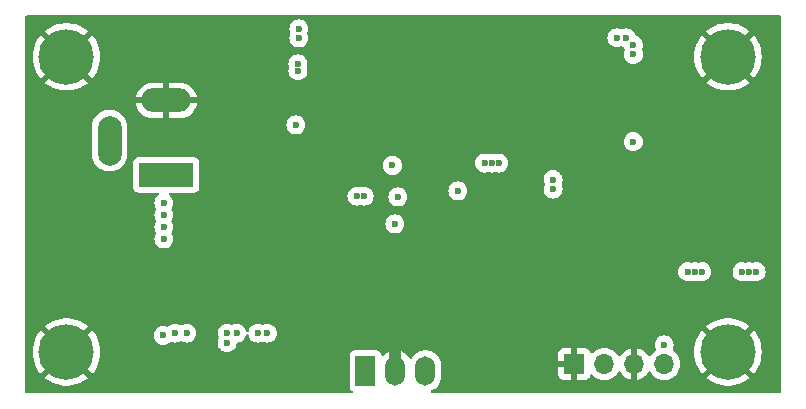
<source format=gbr>
%TF.GenerationSoftware,KiCad,Pcbnew,8.0.4+dfsg-1*%
%TF.CreationDate,2025-03-03T18:40:41+01:00*%
%TF.ProjectId,nixie-clock-psu,6e697869-652d-4636-9c6f-636b2d707375,rev?*%
%TF.SameCoordinates,Original*%
%TF.FileFunction,Copper,L4,Bot*%
%TF.FilePolarity,Positive*%
%FSLAX46Y46*%
G04 Gerber Fmt 4.6, Leading zero omitted, Abs format (unit mm)*
G04 Created by KiCad (PCBNEW 8.0.4+dfsg-1) date 2025-03-03 18:40:41*
%MOMM*%
%LPD*%
G01*
G04 APERTURE LIST*
%TA.AperFunction,ComponentPad*%
%ADD10R,1.700000X2.500000*%
%TD*%
%TA.AperFunction,ComponentPad*%
%ADD11O,1.700000X2.500000*%
%TD*%
%TA.AperFunction,ComponentPad*%
%ADD12C,4.700000*%
%TD*%
%TA.AperFunction,ComponentPad*%
%ADD13R,4.600000X2.000000*%
%TD*%
%TA.AperFunction,ComponentPad*%
%ADD14O,4.200000X2.000000*%
%TD*%
%TA.AperFunction,ComponentPad*%
%ADD15O,2.000000X4.200000*%
%TD*%
%TA.AperFunction,ComponentPad*%
%ADD16R,1.700000X1.700000*%
%TD*%
%TA.AperFunction,ComponentPad*%
%ADD17O,1.700000X1.700000*%
%TD*%
%TA.AperFunction,ViaPad*%
%ADD18C,0.600000*%
%TD*%
%TA.AperFunction,Conductor*%
%ADD19C,1.000000*%
%TD*%
G04 APERTURE END LIST*
D10*
%TO.P,U2,1,IN*%
%TO.N,Net-(U2-IN)*%
X175320000Y-117600000D03*
D11*
%TO.P,U2,2,GND*%
%TO.N,GND*%
X177860000Y-117600000D03*
%TO.P,U2,3,OUT*%
%TO.N,+5V*%
X180400000Y-117600000D03*
%TD*%
D12*
%TO.P,H4,1,1*%
%TO.N,GND*%
X206000000Y-91000000D03*
%TD*%
%TO.P,H2,1,1*%
%TO.N,GND*%
X150000000Y-116000000D03*
%TD*%
%TO.P,H3,1,1*%
%TO.N,GND*%
X150000000Y-91000000D03*
%TD*%
D13*
%TO.P,J2,1*%
%TO.N,VCC*%
X158455000Y-101000000D03*
D14*
%TO.P,J2,2*%
%TO.N,GND*%
X158455000Y-94700000D03*
D15*
%TO.P,J2,3*%
%TO.N,unconnected-(J2-Pad3)*%
X153655000Y-98100000D03*
%TD*%
D12*
%TO.P,H1,1,1*%
%TO.N,GND*%
X206000000Y-116000000D03*
%TD*%
D16*
%TO.P,J1,1,Pin_1*%
%TO.N,GND*%
X193000000Y-117000000D03*
D17*
%TO.P,J1,2,Pin_2*%
%TO.N,+5V*%
X195540000Y-117000000D03*
%TO.P,J1,3,Pin_3*%
%TO.N,GND*%
X198080000Y-117000000D03*
%TO.P,J1,4,Pin_4*%
%TO.N,+170*%
X200620000Y-117000000D03*
%TD*%
D18*
%TO.N,VCC*%
X158242000Y-106426000D03*
X158242000Y-105410000D03*
X158242000Y-104394000D03*
X158242000Y-103378000D03*
%TO.N,GND*%
X209804000Y-88392000D03*
X209804000Y-93472000D03*
X185420000Y-95504000D03*
X155702000Y-88392000D03*
X185420000Y-92710000D03*
X203800000Y-100800000D03*
X178200000Y-109200000D03*
X164846000Y-96012000D03*
X147828000Y-94996000D03*
X202600000Y-100800000D03*
X191200000Y-112400000D03*
X166116000Y-88392000D03*
X162200000Y-118200000D03*
X187200000Y-111000000D03*
X200914000Y-88138000D03*
X178816000Y-110998000D03*
X152654000Y-102870000D03*
X171800000Y-115800000D03*
X160782000Y-88392000D03*
X209550000Y-119126000D03*
X195580000Y-110744000D03*
X195580000Y-103124000D03*
X192800000Y-110000000D03*
X171400000Y-111000000D03*
X177800000Y-115200000D03*
X207800000Y-100800000D03*
X182000000Y-115600000D03*
X169400000Y-103342000D03*
X174800000Y-106600000D03*
X152654000Y-106680000D03*
X161400000Y-94600000D03*
X189600000Y-110000000D03*
X158400000Y-96600000D03*
X183200000Y-104000000D03*
X155600000Y-94600000D03*
X188800000Y-113400000D03*
X183200000Y-105200000D03*
X158400000Y-92800000D03*
X156464000Y-119126000D03*
X169400000Y-103942000D03*
X203454000Y-119126000D03*
X185600000Y-113400000D03*
X169400000Y-102742000D03*
X161036000Y-119126000D03*
X207200000Y-100800000D03*
X152654000Y-110236000D03*
X165000000Y-118200000D03*
X198000000Y-103800000D03*
X203200000Y-100800000D03*
X194056000Y-97028000D03*
X208400000Y-100800000D03*
%TO.N,+170*%
X198000000Y-90800000D03*
X207200000Y-109200000D03*
X203800000Y-109200000D03*
X200600000Y-115400000D03*
X196600000Y-89400000D03*
X207800000Y-109200000D03*
X202600000Y-109200000D03*
X208400000Y-109200000D03*
X203200000Y-109200000D03*
X197400000Y-89400000D03*
X198000000Y-90000000D03*
%TO.N,VCC*%
X177600000Y-100200000D03*
X186000000Y-100000000D03*
X160200000Y-114400000D03*
X158200000Y-114600000D03*
X185400000Y-100000000D03*
X166200000Y-114400000D03*
X186600000Y-100000000D03*
X159200000Y-114400000D03*
X164400000Y-114400000D03*
X191200000Y-102200000D03*
X167000000Y-114400000D03*
X163600000Y-115200000D03*
X163600000Y-114400000D03*
X191200000Y-101400000D03*
%TO.N,Net-(U1-FB)*%
X198000000Y-98200000D03*
X177800000Y-105156000D03*
%TO.N,Net-(Q1-G)*%
X169672000Y-88646000D03*
X174600000Y-102800000D03*
X175200000Y-102800000D03*
X169600000Y-91600000D03*
X169672000Y-89408000D03*
X178054000Y-102870000D03*
X169600000Y-92200000D03*
%TO.N,Net-(Q1-S)*%
X169418000Y-96774000D03*
X183134000Y-102362000D03*
%TD*%
D19*
%TO.N,GND*%
X177860000Y-117600000D02*
X177860000Y-115260000D01*
X177860000Y-115260000D02*
X177800000Y-115200000D01*
%TD*%
%TA.AperFunction,Conductor*%
%TO.N,GND*%
G36*
X210442539Y-87520185D02*
G01*
X210488294Y-87572989D01*
X210499500Y-87624500D01*
X210499500Y-119375500D01*
X210479815Y-119442539D01*
X210427011Y-119488294D01*
X210375500Y-119499500D01*
X180938226Y-119499500D01*
X180871187Y-119479815D01*
X180825432Y-119427011D01*
X180815488Y-119357853D01*
X180844513Y-119294297D01*
X180899906Y-119257569D01*
X180918412Y-119251557D01*
X181107816Y-119155051D01*
X181194138Y-119092335D01*
X181279786Y-119030109D01*
X181279788Y-119030106D01*
X181279792Y-119030104D01*
X181430104Y-118879792D01*
X181430106Y-118879788D01*
X181430109Y-118879786D01*
X181555048Y-118707820D01*
X181555050Y-118707817D01*
X181555051Y-118707816D01*
X181651557Y-118518412D01*
X181717246Y-118316243D01*
X181750500Y-118106287D01*
X181750500Y-117093713D01*
X181717246Y-116883757D01*
X181651557Y-116681588D01*
X181555051Y-116492184D01*
X181555049Y-116492181D01*
X181555048Y-116492179D01*
X181430109Y-116320213D01*
X181279786Y-116169890D01*
X181186556Y-116102155D01*
X191650000Y-116102155D01*
X191650000Y-116750000D01*
X192566988Y-116750000D01*
X192534075Y-116807007D01*
X192500000Y-116934174D01*
X192500000Y-117065826D01*
X192534075Y-117192993D01*
X192566988Y-117250000D01*
X191650000Y-117250000D01*
X191650000Y-117897844D01*
X191656401Y-117957372D01*
X191656403Y-117957379D01*
X191706645Y-118092086D01*
X191706649Y-118092093D01*
X191792809Y-118207187D01*
X191792812Y-118207190D01*
X191907906Y-118293350D01*
X191907913Y-118293354D01*
X192042620Y-118343596D01*
X192042627Y-118343598D01*
X192102155Y-118349999D01*
X192102172Y-118350000D01*
X192750000Y-118350000D01*
X192750000Y-117433012D01*
X192807007Y-117465925D01*
X192934174Y-117500000D01*
X193065826Y-117500000D01*
X193192993Y-117465925D01*
X193250000Y-117433012D01*
X193250000Y-118350000D01*
X193897828Y-118350000D01*
X193897844Y-118349999D01*
X193957372Y-118343598D01*
X193957379Y-118343596D01*
X194092086Y-118293354D01*
X194092093Y-118293350D01*
X194207187Y-118207190D01*
X194207190Y-118207187D01*
X194293350Y-118092093D01*
X194293354Y-118092086D01*
X194342422Y-117960529D01*
X194384293Y-117904595D01*
X194449757Y-117880178D01*
X194518030Y-117895030D01*
X194546285Y-117916181D01*
X194668599Y-118038495D01*
X194728044Y-118080119D01*
X194862165Y-118174032D01*
X194862167Y-118174033D01*
X194862170Y-118174035D01*
X195076337Y-118273903D01*
X195304592Y-118335063D01*
X195475319Y-118350000D01*
X195539999Y-118355659D01*
X195540000Y-118355659D01*
X195540001Y-118355659D01*
X195604681Y-118350000D01*
X195775408Y-118335063D01*
X196003663Y-118273903D01*
X196217830Y-118174035D01*
X196411401Y-118038495D01*
X196578495Y-117871401D01*
X196708730Y-117685405D01*
X196763307Y-117641781D01*
X196832805Y-117634587D01*
X196895160Y-117666110D01*
X196911879Y-117685405D01*
X197041890Y-117871078D01*
X197208917Y-118038105D01*
X197402421Y-118173600D01*
X197616507Y-118273429D01*
X197616516Y-118273433D01*
X197830000Y-118330634D01*
X197830000Y-117433012D01*
X197887007Y-117465925D01*
X198014174Y-117500000D01*
X198145826Y-117500000D01*
X198272993Y-117465925D01*
X198330000Y-117433012D01*
X198330000Y-118330633D01*
X198543483Y-118273433D01*
X198543492Y-118273429D01*
X198757578Y-118173600D01*
X198951082Y-118038105D01*
X199118105Y-117871082D01*
X199248119Y-117685405D01*
X199302696Y-117641781D01*
X199372195Y-117634588D01*
X199434549Y-117666110D01*
X199451269Y-117685405D01*
X199581505Y-117871401D01*
X199748599Y-118038495D01*
X199808044Y-118080119D01*
X199942165Y-118174032D01*
X199942167Y-118174033D01*
X199942170Y-118174035D01*
X200156337Y-118273903D01*
X200384592Y-118335063D01*
X200555319Y-118350000D01*
X200619999Y-118355659D01*
X200620000Y-118355659D01*
X200620001Y-118355659D01*
X200684681Y-118350000D01*
X200855408Y-118335063D01*
X201083663Y-118273903D01*
X201297830Y-118174035D01*
X201491401Y-118038495D01*
X201658495Y-117871401D01*
X201794035Y-117677830D01*
X201893903Y-117463663D01*
X201955063Y-117235408D01*
X201975659Y-117000000D01*
X201955063Y-116764592D01*
X201893903Y-116536337D01*
X201794035Y-116322171D01*
X201792890Y-116320535D01*
X201658494Y-116128597D01*
X201529892Y-115999996D01*
X203145170Y-115999996D01*
X203145170Y-116000003D01*
X203164473Y-116331426D01*
X203164474Y-116331437D01*
X203222118Y-116658351D01*
X203222121Y-116658365D01*
X203317336Y-116976408D01*
X203448827Y-117281236D01*
X203448833Y-117281249D01*
X203614824Y-117568755D01*
X203812357Y-117834087D01*
X204884728Y-116761716D01*
X204970278Y-116879466D01*
X205120534Y-117029722D01*
X205238281Y-117115270D01*
X204169289Y-118184263D01*
X204295215Y-118289925D01*
X204572588Y-118472356D01*
X204869252Y-118621347D01*
X204869258Y-118621350D01*
X205181213Y-118734892D01*
X205181234Y-118734899D01*
X205504248Y-118811456D01*
X205504263Y-118811458D01*
X205834012Y-118849999D01*
X205834013Y-118850000D01*
X206165987Y-118850000D01*
X206165987Y-118849999D01*
X206495736Y-118811458D01*
X206495751Y-118811456D01*
X206818765Y-118734899D01*
X206818786Y-118734892D01*
X207130741Y-118621350D01*
X207130747Y-118621347D01*
X207427411Y-118472356D01*
X207704789Y-118289922D01*
X207830708Y-118184263D01*
X207830709Y-118184262D01*
X206761718Y-117115270D01*
X206879466Y-117029722D01*
X207029722Y-116879466D01*
X207115270Y-116761717D01*
X208187641Y-117834088D01*
X208385175Y-117568756D01*
X208551166Y-117281249D01*
X208551172Y-117281236D01*
X208682663Y-116976408D01*
X208777878Y-116658365D01*
X208777881Y-116658351D01*
X208835525Y-116331437D01*
X208835526Y-116331426D01*
X208854830Y-116000003D01*
X208854830Y-115999996D01*
X208835526Y-115668573D01*
X208835525Y-115668562D01*
X208777881Y-115341648D01*
X208777878Y-115341634D01*
X208682663Y-115023591D01*
X208551172Y-114718763D01*
X208551166Y-114718750D01*
X208385172Y-114431239D01*
X208187642Y-114165910D01*
X207115270Y-115238281D01*
X207029722Y-115120534D01*
X206879466Y-114970278D01*
X206761717Y-114884728D01*
X207830709Y-113815736D01*
X207830709Y-113815735D01*
X207704784Y-113710074D01*
X207427411Y-113527643D01*
X207130747Y-113378652D01*
X207130741Y-113378649D01*
X206818786Y-113265107D01*
X206818765Y-113265100D01*
X206495751Y-113188543D01*
X206495736Y-113188541D01*
X206165987Y-113150000D01*
X205834013Y-113150000D01*
X205504263Y-113188541D01*
X205504248Y-113188543D01*
X205181234Y-113265100D01*
X205181213Y-113265107D01*
X204869258Y-113378649D01*
X204869252Y-113378652D01*
X204572581Y-113527646D01*
X204295220Y-113710070D01*
X204295213Y-113710075D01*
X204169289Y-113815735D01*
X205238282Y-114884728D01*
X205120534Y-114970278D01*
X204970278Y-115120534D01*
X204884728Y-115238282D01*
X203812357Y-114165911D01*
X203812356Y-114165911D01*
X203614829Y-114431236D01*
X203614825Y-114431242D01*
X203448833Y-114718750D01*
X203448827Y-114718763D01*
X203317336Y-115023591D01*
X203222121Y-115341634D01*
X203222118Y-115341648D01*
X203164474Y-115668562D01*
X203164473Y-115668573D01*
X203145170Y-115999996D01*
X201529892Y-115999996D01*
X201491402Y-115961506D01*
X201491401Y-115961505D01*
X201375740Y-115880518D01*
X201332117Y-115825942D01*
X201324924Y-115756443D01*
X201329821Y-115737998D01*
X201385368Y-115579255D01*
X201405565Y-115400000D01*
X201403916Y-115385369D01*
X201385369Y-115220750D01*
X201385368Y-115220745D01*
X201352088Y-115125637D01*
X201325789Y-115050478D01*
X201307106Y-115020745D01*
X201262354Y-114949522D01*
X201229816Y-114897738D01*
X201102262Y-114770184D01*
X201069379Y-114749522D01*
X200949523Y-114674211D01*
X200779254Y-114614631D01*
X200779249Y-114614630D01*
X200600004Y-114594435D01*
X200599996Y-114594435D01*
X200420750Y-114614630D01*
X200420745Y-114614631D01*
X200250476Y-114674211D01*
X200097737Y-114770184D01*
X199970184Y-114897737D01*
X199874211Y-115050476D01*
X199814631Y-115220745D01*
X199814630Y-115220750D01*
X199794435Y-115399996D01*
X199794435Y-115400003D01*
X199814630Y-115579249D01*
X199814631Y-115579254D01*
X199876511Y-115756095D01*
X199874703Y-115756727D01*
X199884511Y-115816270D01*
X199856793Y-115880406D01*
X199832562Y-115902712D01*
X199748598Y-115961504D01*
X199581508Y-116128594D01*
X199451269Y-116314595D01*
X199396692Y-116358219D01*
X199327193Y-116365412D01*
X199264839Y-116333890D01*
X199248119Y-116314594D01*
X199118113Y-116128926D01*
X199118108Y-116128920D01*
X198951082Y-115961894D01*
X198757578Y-115826399D01*
X198543492Y-115726570D01*
X198543486Y-115726567D01*
X198330000Y-115669364D01*
X198330000Y-116566988D01*
X198272993Y-116534075D01*
X198145826Y-116500000D01*
X198014174Y-116500000D01*
X197887007Y-116534075D01*
X197830000Y-116566988D01*
X197830000Y-115669364D01*
X197829999Y-115669364D01*
X197616513Y-115726567D01*
X197616507Y-115726570D01*
X197402422Y-115826399D01*
X197402420Y-115826400D01*
X197208926Y-115961886D01*
X197208920Y-115961891D01*
X197041891Y-116128920D01*
X197041890Y-116128922D01*
X196911880Y-116314595D01*
X196857303Y-116358219D01*
X196787804Y-116365412D01*
X196725450Y-116333890D01*
X196708730Y-116314594D01*
X196578494Y-116128597D01*
X196411402Y-115961506D01*
X196411399Y-115961504D01*
X196332423Y-115906204D01*
X196217834Y-115825967D01*
X196217830Y-115825965D01*
X196146727Y-115792809D01*
X196003663Y-115726097D01*
X196003659Y-115726096D01*
X196003655Y-115726094D01*
X195775413Y-115664938D01*
X195775403Y-115664936D01*
X195540001Y-115644341D01*
X195539999Y-115644341D01*
X195304596Y-115664936D01*
X195304586Y-115664938D01*
X195076344Y-115726094D01*
X195076335Y-115726098D01*
X194862171Y-115825964D01*
X194862169Y-115825965D01*
X194668600Y-115961503D01*
X194546284Y-116083819D01*
X194484961Y-116117303D01*
X194415269Y-116112319D01*
X194359336Y-116070447D01*
X194342421Y-116039470D01*
X194293354Y-115907913D01*
X194293350Y-115907906D01*
X194207190Y-115792812D01*
X194207187Y-115792809D01*
X194092093Y-115706649D01*
X194092086Y-115706645D01*
X193957379Y-115656403D01*
X193957372Y-115656401D01*
X193897844Y-115650000D01*
X193250000Y-115650000D01*
X193250000Y-116566988D01*
X193192993Y-116534075D01*
X193065826Y-116500000D01*
X192934174Y-116500000D01*
X192807007Y-116534075D01*
X192750000Y-116566988D01*
X192750000Y-115650000D01*
X192102155Y-115650000D01*
X192042627Y-115656401D01*
X192042620Y-115656403D01*
X191907913Y-115706645D01*
X191907906Y-115706649D01*
X191792812Y-115792809D01*
X191792809Y-115792812D01*
X191706649Y-115907906D01*
X191706645Y-115907913D01*
X191656403Y-116042620D01*
X191656401Y-116042627D01*
X191650000Y-116102155D01*
X181186556Y-116102155D01*
X181107820Y-116044951D01*
X180918414Y-115948444D01*
X180918413Y-115948443D01*
X180918412Y-115948443D01*
X180716243Y-115882754D01*
X180716241Y-115882753D01*
X180716240Y-115882753D01*
X180554957Y-115857208D01*
X180506287Y-115849500D01*
X180293713Y-115849500D01*
X180245042Y-115857208D01*
X180083760Y-115882753D01*
X179881585Y-115948444D01*
X179692179Y-116044951D01*
X179520213Y-116169890D01*
X179369890Y-116320213D01*
X179244949Y-116492182D01*
X179240202Y-116501499D01*
X179192227Y-116552293D01*
X179124405Y-116569087D01*
X179058271Y-116546548D01*
X179019234Y-116501495D01*
X179014622Y-116492444D01*
X178889727Y-116320540D01*
X178889723Y-116320535D01*
X178739464Y-116170276D01*
X178739459Y-116170272D01*
X178567557Y-116045379D01*
X178378215Y-115948903D01*
X178176124Y-115883241D01*
X178110000Y-115872768D01*
X178110000Y-117051517D01*
X178091591Y-117040889D01*
X177938991Y-117000000D01*
X177781009Y-117000000D01*
X177628409Y-117040889D01*
X177610000Y-117051517D01*
X177610000Y-115872768D01*
X177609999Y-115872768D01*
X177543875Y-115883241D01*
X177341784Y-115948903D01*
X177152442Y-116045379D01*
X176980541Y-116170271D01*
X176866865Y-116283947D01*
X176805542Y-116317431D01*
X176735850Y-116312447D01*
X176679917Y-116270575D01*
X176663002Y-116239598D01*
X176613797Y-116107671D01*
X176613793Y-116107664D01*
X176527547Y-115992455D01*
X176527544Y-115992452D01*
X176412335Y-115906206D01*
X176412328Y-115906202D01*
X176277482Y-115855908D01*
X176277483Y-115855908D01*
X176217883Y-115849501D01*
X176217881Y-115849500D01*
X176217873Y-115849500D01*
X176217864Y-115849500D01*
X174422129Y-115849500D01*
X174422123Y-115849501D01*
X174362516Y-115855908D01*
X174227671Y-115906202D01*
X174227664Y-115906206D01*
X174112455Y-115992452D01*
X174112452Y-115992455D01*
X174026206Y-116107664D01*
X174026202Y-116107671D01*
X173975908Y-116242517D01*
X173969501Y-116302116D01*
X173969500Y-116302135D01*
X173969500Y-118897870D01*
X173969501Y-118897876D01*
X173975908Y-118957483D01*
X174026202Y-119092328D01*
X174026206Y-119092335D01*
X174112452Y-119207544D01*
X174112455Y-119207547D01*
X174204208Y-119276234D01*
X174246079Y-119332168D01*
X174251063Y-119401859D01*
X174217577Y-119463182D01*
X174156254Y-119496666D01*
X174129897Y-119499500D01*
X146624500Y-119499500D01*
X146557461Y-119479815D01*
X146511706Y-119427011D01*
X146500500Y-119375500D01*
X146500500Y-115999996D01*
X147145170Y-115999996D01*
X147145170Y-116000003D01*
X147164473Y-116331426D01*
X147164474Y-116331437D01*
X147222118Y-116658351D01*
X147222121Y-116658365D01*
X147317336Y-116976408D01*
X147448827Y-117281236D01*
X147448833Y-117281249D01*
X147614824Y-117568755D01*
X147812357Y-117834087D01*
X148884728Y-116761716D01*
X148970278Y-116879466D01*
X149120534Y-117029722D01*
X149238281Y-117115270D01*
X148169289Y-118184263D01*
X148295215Y-118289925D01*
X148572588Y-118472356D01*
X148869252Y-118621347D01*
X148869258Y-118621350D01*
X149181213Y-118734892D01*
X149181234Y-118734899D01*
X149504248Y-118811456D01*
X149504263Y-118811458D01*
X149834012Y-118849999D01*
X149834013Y-118850000D01*
X150165987Y-118850000D01*
X150165987Y-118849999D01*
X150495736Y-118811458D01*
X150495751Y-118811456D01*
X150818765Y-118734899D01*
X150818786Y-118734892D01*
X151130741Y-118621350D01*
X151130747Y-118621347D01*
X151427411Y-118472356D01*
X151704789Y-118289922D01*
X151830708Y-118184263D01*
X151830709Y-118184262D01*
X150761718Y-117115270D01*
X150879466Y-117029722D01*
X151029722Y-116879466D01*
X151115270Y-116761717D01*
X152187641Y-117834088D01*
X152385175Y-117568756D01*
X152551166Y-117281249D01*
X152551172Y-117281236D01*
X152682663Y-116976408D01*
X152777878Y-116658365D01*
X152777881Y-116658351D01*
X152835525Y-116331437D01*
X152835526Y-116331426D01*
X152854830Y-116000003D01*
X152854830Y-115999996D01*
X152835526Y-115668573D01*
X152835525Y-115668562D01*
X152777881Y-115341648D01*
X152777878Y-115341634D01*
X152682663Y-115023591D01*
X152551172Y-114718763D01*
X152551166Y-114718750D01*
X152482604Y-114599996D01*
X157394435Y-114599996D01*
X157394435Y-114600003D01*
X157414630Y-114779249D01*
X157414631Y-114779254D01*
X157474211Y-114949523D01*
X157537646Y-115050478D01*
X157570184Y-115102262D01*
X157697738Y-115229816D01*
X157850478Y-115325789D01*
X158003258Y-115379249D01*
X158020745Y-115385368D01*
X158020750Y-115385369D01*
X158199996Y-115405565D01*
X158200000Y-115405565D01*
X158200004Y-115405565D01*
X158379249Y-115385369D01*
X158379252Y-115385368D01*
X158379255Y-115385368D01*
X158549522Y-115325789D01*
X158702262Y-115229816D01*
X158762651Y-115169426D01*
X158823971Y-115135943D01*
X158891285Y-115140068D01*
X159020737Y-115185366D01*
X159020743Y-115185367D01*
X159020745Y-115185368D01*
X159020746Y-115185368D01*
X159020750Y-115185369D01*
X159199996Y-115205565D01*
X159200000Y-115205565D01*
X159200004Y-115205565D01*
X159379249Y-115185369D01*
X159379252Y-115185368D01*
X159379255Y-115185368D01*
X159549522Y-115125789D01*
X159551746Y-115124392D01*
X159634027Y-115072691D01*
X159701264Y-115053690D01*
X159765973Y-115072691D01*
X159850475Y-115125788D01*
X160020745Y-115185368D01*
X160020750Y-115185369D01*
X160199996Y-115205565D01*
X160200000Y-115205565D01*
X160200004Y-115205565D01*
X160379249Y-115185369D01*
X160379252Y-115185368D01*
X160379255Y-115185368D01*
X160549522Y-115125789D01*
X160702262Y-115029816D01*
X160829816Y-114902262D01*
X160925789Y-114749522D01*
X160985368Y-114579255D01*
X161002045Y-114431242D01*
X161005565Y-114400003D01*
X161005565Y-114399996D01*
X162794435Y-114399996D01*
X162794435Y-114400003D01*
X162814630Y-114579249D01*
X162814633Y-114579262D01*
X162876510Y-114756094D01*
X162874364Y-114756844D01*
X162883962Y-114815144D01*
X162875609Y-114843590D01*
X162876510Y-114843906D01*
X162814633Y-115020737D01*
X162814630Y-115020750D01*
X162794435Y-115199996D01*
X162794435Y-115200003D01*
X162814630Y-115379249D01*
X162814631Y-115379254D01*
X162874211Y-115549523D01*
X162941369Y-115656403D01*
X162970184Y-115702262D01*
X163097738Y-115829816D01*
X163178431Y-115880519D01*
X163222028Y-115907913D01*
X163250478Y-115925789D01*
X163420745Y-115985368D01*
X163420750Y-115985369D01*
X163599996Y-116005565D01*
X163600000Y-116005565D01*
X163600004Y-116005565D01*
X163779249Y-115985369D01*
X163779252Y-115985368D01*
X163779255Y-115985368D01*
X163949522Y-115925789D01*
X164102262Y-115829816D01*
X164229816Y-115702262D01*
X164325789Y-115549522D01*
X164385368Y-115379255D01*
X164393929Y-115303263D01*
X164420994Y-115238853D01*
X164478588Y-115199297D01*
X164503254Y-115193930D01*
X164579255Y-115185368D01*
X164749522Y-115125789D01*
X164902262Y-115029816D01*
X165029816Y-114902262D01*
X165125789Y-114749522D01*
X165182958Y-114586141D01*
X165223680Y-114529366D01*
X165288633Y-114503619D01*
X165357194Y-114517075D01*
X165407597Y-114565462D01*
X165417042Y-114586142D01*
X165474211Y-114749523D01*
X165505928Y-114800000D01*
X165570184Y-114902262D01*
X165697738Y-115029816D01*
X165765973Y-115072691D01*
X165848254Y-115124392D01*
X165850478Y-115125789D01*
X165975191Y-115169428D01*
X166020745Y-115185368D01*
X166020750Y-115185369D01*
X166199996Y-115205565D01*
X166200000Y-115205565D01*
X166200004Y-115205565D01*
X166379249Y-115185369D01*
X166379251Y-115185368D01*
X166379255Y-115185368D01*
X166379258Y-115185366D01*
X166379262Y-115185366D01*
X166556095Y-115123489D01*
X166556846Y-115125637D01*
X166615128Y-115116035D01*
X166643588Y-115124392D01*
X166643905Y-115123489D01*
X166820737Y-115185366D01*
X166820743Y-115185367D01*
X166820745Y-115185368D01*
X166820746Y-115185368D01*
X166820750Y-115185369D01*
X166999996Y-115205565D01*
X167000000Y-115205565D01*
X167000004Y-115205565D01*
X167179249Y-115185369D01*
X167179252Y-115185368D01*
X167179255Y-115185368D01*
X167349522Y-115125789D01*
X167502262Y-115029816D01*
X167629816Y-114902262D01*
X167725789Y-114749522D01*
X167785368Y-114579255D01*
X167802045Y-114431242D01*
X167805565Y-114400003D01*
X167805565Y-114399996D01*
X167785369Y-114220750D01*
X167785368Y-114220745D01*
X167742326Y-114097738D01*
X167725789Y-114050478D01*
X167629816Y-113897738D01*
X167502262Y-113770184D01*
X167434027Y-113727309D01*
X167349523Y-113674211D01*
X167179254Y-113614631D01*
X167179249Y-113614630D01*
X167000004Y-113594435D01*
X166999996Y-113594435D01*
X166820750Y-113614630D01*
X166820737Y-113614633D01*
X166643906Y-113676510D01*
X166643155Y-113674364D01*
X166584856Y-113683962D01*
X166556409Y-113675609D01*
X166556094Y-113676510D01*
X166379262Y-113614633D01*
X166379249Y-113614630D01*
X166200004Y-113594435D01*
X166199996Y-113594435D01*
X166020750Y-113614630D01*
X166020745Y-113614631D01*
X165850476Y-113674211D01*
X165697737Y-113770184D01*
X165570184Y-113897737D01*
X165474209Y-114050480D01*
X165417041Y-114213857D01*
X165376320Y-114270633D01*
X165311367Y-114296380D01*
X165242805Y-114282924D01*
X165192403Y-114234536D01*
X165182959Y-114213857D01*
X165125790Y-114050480D01*
X165125789Y-114050478D01*
X165029816Y-113897738D01*
X164902262Y-113770184D01*
X164834027Y-113727309D01*
X164749523Y-113674211D01*
X164579254Y-113614631D01*
X164579249Y-113614630D01*
X164400004Y-113594435D01*
X164399996Y-113594435D01*
X164220750Y-113614630D01*
X164220737Y-113614633D01*
X164043906Y-113676510D01*
X164043155Y-113674364D01*
X163984856Y-113683962D01*
X163956409Y-113675609D01*
X163956094Y-113676510D01*
X163779262Y-113614633D01*
X163779249Y-113614630D01*
X163600004Y-113594435D01*
X163599996Y-113594435D01*
X163420750Y-113614630D01*
X163420745Y-113614631D01*
X163250476Y-113674211D01*
X163097737Y-113770184D01*
X162970184Y-113897737D01*
X162874211Y-114050476D01*
X162814631Y-114220745D01*
X162814630Y-114220750D01*
X162794435Y-114399996D01*
X161005565Y-114399996D01*
X160985369Y-114220750D01*
X160985368Y-114220745D01*
X160942326Y-114097738D01*
X160925789Y-114050478D01*
X160829816Y-113897738D01*
X160702262Y-113770184D01*
X160634027Y-113727309D01*
X160549523Y-113674211D01*
X160379254Y-113614631D01*
X160379249Y-113614630D01*
X160200004Y-113594435D01*
X160199996Y-113594435D01*
X160020750Y-113614630D01*
X160020737Y-113614633D01*
X159850479Y-113674209D01*
X159765971Y-113727309D01*
X159698734Y-113746309D01*
X159634029Y-113727309D01*
X159549520Y-113674209D01*
X159379262Y-113614633D01*
X159379249Y-113614630D01*
X159200004Y-113594435D01*
X159199996Y-113594435D01*
X159020750Y-113614630D01*
X159020745Y-113614631D01*
X158850476Y-113674211D01*
X158697736Y-113770184D01*
X158637348Y-113830572D01*
X158576024Y-113864056D01*
X158508714Y-113859931D01*
X158379257Y-113814632D01*
X158379249Y-113814630D01*
X158200004Y-113794435D01*
X158199996Y-113794435D01*
X158020750Y-113814630D01*
X158020745Y-113814631D01*
X157850476Y-113874211D01*
X157697737Y-113970184D01*
X157570184Y-114097737D01*
X157474211Y-114250476D01*
X157414631Y-114420745D01*
X157414630Y-114420750D01*
X157394435Y-114599996D01*
X152482604Y-114599996D01*
X152385172Y-114431239D01*
X152187642Y-114165910D01*
X151115270Y-115238281D01*
X151029722Y-115120534D01*
X150879466Y-114970278D01*
X150761717Y-114884728D01*
X151830709Y-113815736D01*
X151830709Y-113815735D01*
X151704784Y-113710074D01*
X151427411Y-113527643D01*
X151130747Y-113378652D01*
X151130741Y-113378649D01*
X150818786Y-113265107D01*
X150818765Y-113265100D01*
X150495751Y-113188543D01*
X150495736Y-113188541D01*
X150165987Y-113150000D01*
X149834013Y-113150000D01*
X149504263Y-113188541D01*
X149504248Y-113188543D01*
X149181234Y-113265100D01*
X149181213Y-113265107D01*
X148869258Y-113378649D01*
X148869252Y-113378652D01*
X148572581Y-113527646D01*
X148295220Y-113710070D01*
X148295213Y-113710075D01*
X148169289Y-113815735D01*
X149238282Y-114884728D01*
X149120534Y-114970278D01*
X148970278Y-115120534D01*
X148884729Y-115238282D01*
X147812357Y-114165910D01*
X147812356Y-114165911D01*
X147614829Y-114431236D01*
X147614825Y-114431242D01*
X147448833Y-114718750D01*
X147448827Y-114718763D01*
X147317336Y-115023591D01*
X147222121Y-115341634D01*
X147222118Y-115341648D01*
X147164474Y-115668562D01*
X147164473Y-115668573D01*
X147145170Y-115999996D01*
X146500500Y-115999996D01*
X146500500Y-109199996D01*
X201794435Y-109199996D01*
X201794435Y-109200003D01*
X201814630Y-109379249D01*
X201814631Y-109379254D01*
X201874211Y-109549523D01*
X201970184Y-109702262D01*
X202097738Y-109829816D01*
X202250478Y-109925789D01*
X202420745Y-109985368D01*
X202420750Y-109985369D01*
X202599996Y-110005565D01*
X202600000Y-110005565D01*
X202600004Y-110005565D01*
X202779249Y-109985369D01*
X202779250Y-109985368D01*
X202779255Y-109985368D01*
X202859048Y-109957446D01*
X202928823Y-109953884D01*
X202940933Y-109957440D01*
X203020745Y-109985368D01*
X203020749Y-109985368D01*
X203020751Y-109985369D01*
X203020748Y-109985369D01*
X203199996Y-110005565D01*
X203200000Y-110005565D01*
X203200004Y-110005565D01*
X203379249Y-109985369D01*
X203379250Y-109985368D01*
X203379255Y-109985368D01*
X203459048Y-109957446D01*
X203528823Y-109953884D01*
X203540933Y-109957440D01*
X203620745Y-109985368D01*
X203620749Y-109985368D01*
X203620751Y-109985369D01*
X203620748Y-109985369D01*
X203799996Y-110005565D01*
X203800000Y-110005565D01*
X203800004Y-110005565D01*
X203979249Y-109985369D01*
X203979252Y-109985368D01*
X203979255Y-109985368D01*
X204149522Y-109925789D01*
X204302262Y-109829816D01*
X204429816Y-109702262D01*
X204525789Y-109549522D01*
X204585368Y-109379255D01*
X204605565Y-109200000D01*
X204605565Y-109199996D01*
X206394435Y-109199996D01*
X206394435Y-109200003D01*
X206414630Y-109379249D01*
X206414631Y-109379254D01*
X206474211Y-109549523D01*
X206570184Y-109702262D01*
X206697738Y-109829816D01*
X206850478Y-109925789D01*
X207020745Y-109985368D01*
X207020750Y-109985369D01*
X207199996Y-110005565D01*
X207200000Y-110005565D01*
X207200004Y-110005565D01*
X207379249Y-109985369D01*
X207379250Y-109985368D01*
X207379255Y-109985368D01*
X207459048Y-109957446D01*
X207528823Y-109953884D01*
X207540933Y-109957440D01*
X207620745Y-109985368D01*
X207620749Y-109985368D01*
X207620751Y-109985369D01*
X207620748Y-109985369D01*
X207799996Y-110005565D01*
X207800000Y-110005565D01*
X207800004Y-110005565D01*
X207979249Y-109985369D01*
X207979250Y-109985368D01*
X207979255Y-109985368D01*
X208059048Y-109957446D01*
X208128823Y-109953884D01*
X208140933Y-109957440D01*
X208220745Y-109985368D01*
X208220749Y-109985368D01*
X208220751Y-109985369D01*
X208220748Y-109985369D01*
X208399996Y-110005565D01*
X208400000Y-110005565D01*
X208400004Y-110005565D01*
X208579249Y-109985369D01*
X208579252Y-109985368D01*
X208579255Y-109985368D01*
X208749522Y-109925789D01*
X208902262Y-109829816D01*
X209029816Y-109702262D01*
X209125789Y-109549522D01*
X209185368Y-109379255D01*
X209205565Y-109200000D01*
X209185368Y-109020745D01*
X209125789Y-108850478D01*
X209029816Y-108697738D01*
X208902262Y-108570184D01*
X208749523Y-108474211D01*
X208579254Y-108414631D01*
X208579249Y-108414630D01*
X208400004Y-108394435D01*
X208399996Y-108394435D01*
X208220746Y-108414631D01*
X208220745Y-108414631D01*
X208140953Y-108442551D01*
X208071174Y-108446112D01*
X208059047Y-108442551D01*
X207979253Y-108414631D01*
X207800004Y-108394435D01*
X207799996Y-108394435D01*
X207620746Y-108414631D01*
X207620745Y-108414631D01*
X207540953Y-108442551D01*
X207471174Y-108446112D01*
X207459047Y-108442551D01*
X207379253Y-108414631D01*
X207200004Y-108394435D01*
X207199996Y-108394435D01*
X207020750Y-108414630D01*
X207020745Y-108414631D01*
X206850476Y-108474211D01*
X206697737Y-108570184D01*
X206570184Y-108697737D01*
X206474211Y-108850476D01*
X206414631Y-109020745D01*
X206414630Y-109020750D01*
X206394435Y-109199996D01*
X204605565Y-109199996D01*
X204585368Y-109020745D01*
X204525789Y-108850478D01*
X204429816Y-108697738D01*
X204302262Y-108570184D01*
X204149523Y-108474211D01*
X203979254Y-108414631D01*
X203979249Y-108414630D01*
X203800004Y-108394435D01*
X203799996Y-108394435D01*
X203620746Y-108414631D01*
X203620745Y-108414631D01*
X203540953Y-108442551D01*
X203471174Y-108446112D01*
X203459047Y-108442551D01*
X203379253Y-108414631D01*
X203200004Y-108394435D01*
X203199996Y-108394435D01*
X203020746Y-108414631D01*
X203020745Y-108414631D01*
X202940953Y-108442551D01*
X202871174Y-108446112D01*
X202859047Y-108442551D01*
X202779253Y-108414631D01*
X202600004Y-108394435D01*
X202599996Y-108394435D01*
X202420750Y-108414630D01*
X202420745Y-108414631D01*
X202250476Y-108474211D01*
X202097737Y-108570184D01*
X201970184Y-108697737D01*
X201874211Y-108850476D01*
X201814631Y-109020745D01*
X201814630Y-109020750D01*
X201794435Y-109199996D01*
X146500500Y-109199996D01*
X146500500Y-96881902D01*
X152154500Y-96881902D01*
X152154500Y-99318097D01*
X152191446Y-99551368D01*
X152264433Y-99775996D01*
X152354175Y-99952123D01*
X152371657Y-99986433D01*
X152510483Y-100177510D01*
X152677490Y-100344517D01*
X152868567Y-100483343D01*
X152905698Y-100502262D01*
X153079003Y-100590566D01*
X153079005Y-100590566D01*
X153079008Y-100590568D01*
X153199412Y-100629689D01*
X153303631Y-100663553D01*
X153536903Y-100700500D01*
X153536908Y-100700500D01*
X153773097Y-100700500D01*
X154006368Y-100663553D01*
X154230992Y-100590568D01*
X154441433Y-100483343D01*
X154632510Y-100344517D01*
X154799517Y-100177510D01*
X154938343Y-99986433D01*
X154955819Y-99952135D01*
X155654500Y-99952135D01*
X155654500Y-102047870D01*
X155654501Y-102047876D01*
X155660908Y-102107483D01*
X155711202Y-102242328D01*
X155711206Y-102242335D01*
X155797452Y-102357544D01*
X155797455Y-102357547D01*
X155912664Y-102443793D01*
X155912671Y-102443797D01*
X156047517Y-102494091D01*
X156047516Y-102494091D01*
X156054444Y-102494835D01*
X156107127Y-102500500D01*
X157703513Y-102500499D01*
X157770550Y-102520184D01*
X157816305Y-102572987D01*
X157826249Y-102642146D01*
X157797224Y-102705702D01*
X157769486Y-102729491D01*
X157739739Y-102748183D01*
X157739737Y-102748184D01*
X157612184Y-102875737D01*
X157516211Y-103028476D01*
X157456631Y-103198745D01*
X157456630Y-103198750D01*
X157436435Y-103377996D01*
X157436435Y-103378003D01*
X157456630Y-103557249D01*
X157456631Y-103557254D01*
X157516211Y-103727523D01*
X157574336Y-103820028D01*
X157593336Y-103887265D01*
X157574336Y-103951972D01*
X157516211Y-104044476D01*
X157456631Y-104214745D01*
X157456630Y-104214750D01*
X157436435Y-104393996D01*
X157436435Y-104394003D01*
X157456630Y-104573249D01*
X157456631Y-104573254D01*
X157516211Y-104743523D01*
X157574336Y-104836028D01*
X157593336Y-104903265D01*
X157574336Y-104967972D01*
X157516211Y-105060476D01*
X157456631Y-105230745D01*
X157456630Y-105230750D01*
X157436435Y-105409996D01*
X157436435Y-105410003D01*
X157456630Y-105589249D01*
X157456631Y-105589254D01*
X157516211Y-105759523D01*
X157574336Y-105852028D01*
X157593336Y-105919265D01*
X157574336Y-105983972D01*
X157516211Y-106076476D01*
X157456631Y-106246745D01*
X157456630Y-106246750D01*
X157436435Y-106425996D01*
X157436435Y-106426003D01*
X157456630Y-106605249D01*
X157456631Y-106605254D01*
X157516211Y-106775523D01*
X157612184Y-106928262D01*
X157739738Y-107055816D01*
X157892478Y-107151789D01*
X158062745Y-107211368D01*
X158062750Y-107211369D01*
X158241996Y-107231565D01*
X158242000Y-107231565D01*
X158242004Y-107231565D01*
X158421249Y-107211369D01*
X158421252Y-107211368D01*
X158421255Y-107211368D01*
X158591522Y-107151789D01*
X158744262Y-107055816D01*
X158871816Y-106928262D01*
X158967789Y-106775522D01*
X159027368Y-106605255D01*
X159047565Y-106426000D01*
X159027368Y-106246745D01*
X158967789Y-106076478D01*
X158967788Y-106076476D01*
X158967788Y-106076475D01*
X158909664Y-105983973D01*
X158890663Y-105916736D01*
X158909664Y-105852027D01*
X158967788Y-105759524D01*
X159027368Y-105589254D01*
X159027369Y-105589249D01*
X159047565Y-105410003D01*
X159047565Y-105409996D01*
X159027369Y-105230750D01*
X159027368Y-105230745D01*
X159001212Y-105155996D01*
X176994435Y-105155996D01*
X176994435Y-105156003D01*
X177014630Y-105335249D01*
X177014631Y-105335254D01*
X177074211Y-105505523D01*
X177126820Y-105589249D01*
X177170184Y-105658262D01*
X177297738Y-105785816D01*
X177450478Y-105881789D01*
X177620745Y-105941368D01*
X177620750Y-105941369D01*
X177799996Y-105961565D01*
X177800000Y-105961565D01*
X177800004Y-105961565D01*
X177979249Y-105941369D01*
X177979252Y-105941368D01*
X177979255Y-105941368D01*
X178149522Y-105881789D01*
X178302262Y-105785816D01*
X178429816Y-105658262D01*
X178525789Y-105505522D01*
X178585368Y-105335255D01*
X178597143Y-105230750D01*
X178605565Y-105156003D01*
X178605565Y-105155996D01*
X178585369Y-104976750D01*
X178585368Y-104976745D01*
X178559656Y-104903265D01*
X178525789Y-104806478D01*
X178429816Y-104653738D01*
X178302262Y-104526184D01*
X178149523Y-104430211D01*
X177979254Y-104370631D01*
X177979249Y-104370630D01*
X177800004Y-104350435D01*
X177799996Y-104350435D01*
X177620750Y-104370630D01*
X177620745Y-104370631D01*
X177450476Y-104430211D01*
X177297737Y-104526184D01*
X177170184Y-104653737D01*
X177074211Y-104806476D01*
X177014631Y-104976745D01*
X177014630Y-104976750D01*
X176994435Y-105155996D01*
X159001212Y-105155996D01*
X158967788Y-105060475D01*
X158909664Y-104967973D01*
X158890663Y-104900736D01*
X158909664Y-104836027D01*
X158967788Y-104743524D01*
X158967789Y-104743522D01*
X159027368Y-104573255D01*
X159047565Y-104394000D01*
X159044932Y-104370632D01*
X159027369Y-104214750D01*
X159027368Y-104214745D01*
X158967788Y-104044475D01*
X158909664Y-103951973D01*
X158890663Y-103884736D01*
X158909664Y-103820027D01*
X158967788Y-103727524D01*
X158967789Y-103727522D01*
X159027368Y-103557255D01*
X159028961Y-103543117D01*
X159047565Y-103378003D01*
X159047565Y-103377996D01*
X159027369Y-103198750D01*
X159027368Y-103198745D01*
X158967788Y-103028476D01*
X158903265Y-102925789D01*
X158871816Y-102875738D01*
X158796074Y-102799996D01*
X173794435Y-102799996D01*
X173794435Y-102800003D01*
X173814630Y-102979249D01*
X173814631Y-102979254D01*
X173874211Y-103149523D01*
X173970184Y-103302262D01*
X174097738Y-103429816D01*
X174250478Y-103525789D01*
X174420745Y-103585368D01*
X174420750Y-103585369D01*
X174599996Y-103605565D01*
X174600000Y-103605565D01*
X174600004Y-103605565D01*
X174779249Y-103585369D01*
X174779250Y-103585368D01*
X174779255Y-103585368D01*
X174859048Y-103557446D01*
X174928823Y-103553884D01*
X174940933Y-103557440D01*
X175020745Y-103585368D01*
X175020749Y-103585368D01*
X175020751Y-103585369D01*
X175020748Y-103585369D01*
X175199996Y-103605565D01*
X175200000Y-103605565D01*
X175200004Y-103605565D01*
X175379249Y-103585369D01*
X175379252Y-103585368D01*
X175379255Y-103585368D01*
X175549522Y-103525789D01*
X175702262Y-103429816D01*
X175829816Y-103302262D01*
X175925789Y-103149522D01*
X175985368Y-102979255D01*
X175991392Y-102925789D01*
X175997679Y-102869996D01*
X177248435Y-102869996D01*
X177248435Y-102870003D01*
X177268630Y-103049249D01*
X177268631Y-103049254D01*
X177328211Y-103219523D01*
X177380200Y-103302262D01*
X177424184Y-103372262D01*
X177551738Y-103499816D01*
X177593072Y-103525788D01*
X177687894Y-103585369D01*
X177704478Y-103595789D01*
X177874745Y-103655368D01*
X177874750Y-103655369D01*
X178053996Y-103675565D01*
X178054000Y-103675565D01*
X178054004Y-103675565D01*
X178233249Y-103655369D01*
X178233252Y-103655368D01*
X178233255Y-103655368D01*
X178403522Y-103595789D01*
X178556262Y-103499816D01*
X178683816Y-103372262D01*
X178779789Y-103219522D01*
X178839368Y-103049255D01*
X178841709Y-103028478D01*
X178859565Y-102870003D01*
X178859565Y-102869996D01*
X178839369Y-102690750D01*
X178839368Y-102690745D01*
X178805037Y-102592632D01*
X178779789Y-102520478D01*
X178779604Y-102520184D01*
X178731605Y-102443793D01*
X178683816Y-102367738D01*
X178678074Y-102361996D01*
X182328435Y-102361996D01*
X182328435Y-102362003D01*
X182348630Y-102541249D01*
X182348631Y-102541254D01*
X182408211Y-102711523D01*
X182431247Y-102748184D01*
X182504184Y-102864262D01*
X182631738Y-102991816D01*
X182784478Y-103087789D01*
X182954745Y-103147368D01*
X182954750Y-103147369D01*
X183133996Y-103167565D01*
X183134000Y-103167565D01*
X183134004Y-103167565D01*
X183313249Y-103147369D01*
X183313252Y-103147368D01*
X183313255Y-103147368D01*
X183483522Y-103087789D01*
X183636262Y-102991816D01*
X183763816Y-102864262D01*
X183859789Y-102711522D01*
X183919368Y-102541255D01*
X183921709Y-102520478D01*
X183939565Y-102362003D01*
X183939565Y-102361996D01*
X183919369Y-102182750D01*
X183919368Y-102182745D01*
X183881390Y-102074211D01*
X183859789Y-102012478D01*
X183763816Y-101859738D01*
X183636262Y-101732184D01*
X183483523Y-101636211D01*
X183313254Y-101576631D01*
X183313249Y-101576630D01*
X183134004Y-101556435D01*
X183133996Y-101556435D01*
X182954750Y-101576630D01*
X182954745Y-101576631D01*
X182784476Y-101636211D01*
X182631737Y-101732184D01*
X182504184Y-101859737D01*
X182408211Y-102012476D01*
X182348631Y-102182745D01*
X182348630Y-102182750D01*
X182328435Y-102361996D01*
X178678074Y-102361996D01*
X178556262Y-102240184D01*
X178403523Y-102144211D01*
X178233254Y-102084631D01*
X178233249Y-102084630D01*
X178054004Y-102064435D01*
X178053996Y-102064435D01*
X177874750Y-102084630D01*
X177874745Y-102084631D01*
X177704476Y-102144211D01*
X177551737Y-102240184D01*
X177424184Y-102367737D01*
X177328211Y-102520476D01*
X177268631Y-102690745D01*
X177268630Y-102690750D01*
X177248435Y-102869996D01*
X175997679Y-102869996D01*
X176005565Y-102800003D01*
X176005565Y-102799996D01*
X175985369Y-102620750D01*
X175985368Y-102620745D01*
X175925788Y-102450476D01*
X175870196Y-102362003D01*
X175829816Y-102297738D01*
X175702262Y-102170184D01*
X175549523Y-102074211D01*
X175379254Y-102014631D01*
X175379249Y-102014630D01*
X175200004Y-101994435D01*
X175199996Y-101994435D01*
X175020746Y-102014631D01*
X175020745Y-102014631D01*
X174940953Y-102042551D01*
X174871174Y-102046112D01*
X174859047Y-102042551D01*
X174779253Y-102014631D01*
X174600004Y-101994435D01*
X174599996Y-101994435D01*
X174420750Y-102014630D01*
X174420745Y-102014631D01*
X174250476Y-102074211D01*
X174097737Y-102170184D01*
X173970184Y-102297737D01*
X173874211Y-102450476D01*
X173814631Y-102620745D01*
X173814630Y-102620750D01*
X173794435Y-102799996D01*
X158796074Y-102799996D01*
X158744262Y-102748184D01*
X158714514Y-102729492D01*
X158668224Y-102677158D01*
X158657576Y-102608105D01*
X158685951Y-102544256D01*
X158744340Y-102505884D01*
X158780484Y-102500499D01*
X160802872Y-102500499D01*
X160862483Y-102494091D01*
X160997331Y-102443796D01*
X161112546Y-102357546D01*
X161198796Y-102242331D01*
X161249091Y-102107483D01*
X161255500Y-102047873D01*
X161255500Y-101399996D01*
X190394435Y-101399996D01*
X190394435Y-101400003D01*
X190414630Y-101579249D01*
X190414633Y-101579262D01*
X190476510Y-101756094D01*
X190474364Y-101756844D01*
X190483962Y-101815144D01*
X190475609Y-101843590D01*
X190476510Y-101843906D01*
X190414633Y-102020737D01*
X190414630Y-102020750D01*
X190394435Y-102199996D01*
X190394435Y-102200003D01*
X190414630Y-102379249D01*
X190414631Y-102379254D01*
X190474211Y-102549523D01*
X190570184Y-102702262D01*
X190697738Y-102829816D01*
X190850478Y-102925789D01*
X191003258Y-102979249D01*
X191020745Y-102985368D01*
X191020750Y-102985369D01*
X191199996Y-103005565D01*
X191200000Y-103005565D01*
X191200004Y-103005565D01*
X191379249Y-102985369D01*
X191379252Y-102985368D01*
X191379255Y-102985368D01*
X191549522Y-102925789D01*
X191702262Y-102829816D01*
X191829816Y-102702262D01*
X191925789Y-102549522D01*
X191985368Y-102379255D01*
X191987814Y-102357546D01*
X192005565Y-102200003D01*
X192005565Y-102199996D01*
X191985369Y-102020750D01*
X191985366Y-102020737D01*
X191923489Y-101843905D01*
X191925637Y-101843153D01*
X191916035Y-101784872D01*
X191924392Y-101756411D01*
X191923489Y-101756095D01*
X191985366Y-101579262D01*
X191985369Y-101579249D01*
X192005565Y-101400003D01*
X192005565Y-101399996D01*
X191985369Y-101220750D01*
X191985368Y-101220745D01*
X191925788Y-101050476D01*
X191884878Y-100985368D01*
X191829816Y-100897738D01*
X191702262Y-100770184D01*
X191631608Y-100725789D01*
X191549523Y-100674211D01*
X191379254Y-100614631D01*
X191379249Y-100614630D01*
X191200004Y-100594435D01*
X191199996Y-100594435D01*
X191020750Y-100614630D01*
X191020745Y-100614631D01*
X190850476Y-100674211D01*
X190697737Y-100770184D01*
X190570184Y-100897737D01*
X190474211Y-101050476D01*
X190414631Y-101220745D01*
X190414630Y-101220750D01*
X190394435Y-101399996D01*
X161255500Y-101399996D01*
X161255499Y-100199996D01*
X176794435Y-100199996D01*
X176794435Y-100200003D01*
X176814630Y-100379249D01*
X176814631Y-100379254D01*
X176874211Y-100549523D01*
X176915122Y-100614632D01*
X176970184Y-100702262D01*
X177097738Y-100829816D01*
X177188080Y-100886582D01*
X177205833Y-100897737D01*
X177250478Y-100925789D01*
X177420745Y-100985368D01*
X177420750Y-100985369D01*
X177599996Y-101005565D01*
X177600000Y-101005565D01*
X177600004Y-101005565D01*
X177779249Y-100985369D01*
X177779252Y-100985368D01*
X177779255Y-100985368D01*
X177949522Y-100925789D01*
X178102262Y-100829816D01*
X178229816Y-100702262D01*
X178325789Y-100549522D01*
X178385368Y-100379255D01*
X178389282Y-100344517D01*
X178405565Y-100200003D01*
X178405565Y-100199996D01*
X178385369Y-100020750D01*
X178385368Y-100020745D01*
X178378108Y-99999996D01*
X184594435Y-99999996D01*
X184594435Y-100000003D01*
X184614630Y-100179249D01*
X184614631Y-100179254D01*
X184674211Y-100349523D01*
X184758296Y-100483342D01*
X184770184Y-100502262D01*
X184897738Y-100629816D01*
X185050478Y-100725789D01*
X185177352Y-100770184D01*
X185220745Y-100785368D01*
X185220750Y-100785369D01*
X185399996Y-100805565D01*
X185400000Y-100805565D01*
X185400004Y-100805565D01*
X185579249Y-100785369D01*
X185579250Y-100785368D01*
X185579255Y-100785368D01*
X185659048Y-100757446D01*
X185728823Y-100753884D01*
X185740933Y-100757440D01*
X185820745Y-100785368D01*
X185820749Y-100785368D01*
X185820751Y-100785369D01*
X185820748Y-100785369D01*
X185999996Y-100805565D01*
X186000000Y-100805565D01*
X186000004Y-100805565D01*
X186179249Y-100785369D01*
X186179250Y-100785368D01*
X186179255Y-100785368D01*
X186259048Y-100757446D01*
X186328823Y-100753884D01*
X186340933Y-100757440D01*
X186420745Y-100785368D01*
X186420749Y-100785368D01*
X186420751Y-100785369D01*
X186420748Y-100785369D01*
X186599996Y-100805565D01*
X186600000Y-100805565D01*
X186600004Y-100805565D01*
X186779249Y-100785369D01*
X186779252Y-100785368D01*
X186779255Y-100785368D01*
X186949522Y-100725789D01*
X187102262Y-100629816D01*
X187229816Y-100502262D01*
X187325789Y-100349522D01*
X187385368Y-100179255D01*
X187385369Y-100179249D01*
X187405565Y-100000003D01*
X187405565Y-99999996D01*
X187385369Y-99820750D01*
X187385368Y-99820745D01*
X187342326Y-99697738D01*
X187325789Y-99650478D01*
X187229816Y-99497738D01*
X187102262Y-99370184D01*
X186949523Y-99274211D01*
X186779254Y-99214631D01*
X186779249Y-99214630D01*
X186600004Y-99194435D01*
X186599996Y-99194435D01*
X186420746Y-99214631D01*
X186420745Y-99214631D01*
X186340953Y-99242551D01*
X186271174Y-99246112D01*
X186259047Y-99242551D01*
X186179253Y-99214631D01*
X186000004Y-99194435D01*
X185999996Y-99194435D01*
X185820746Y-99214631D01*
X185820745Y-99214631D01*
X185740953Y-99242551D01*
X185671174Y-99246112D01*
X185659047Y-99242551D01*
X185579253Y-99214631D01*
X185400004Y-99194435D01*
X185399996Y-99194435D01*
X185220750Y-99214630D01*
X185220745Y-99214631D01*
X185050476Y-99274211D01*
X184897737Y-99370184D01*
X184770184Y-99497737D01*
X184674211Y-99650476D01*
X184614631Y-99820745D01*
X184614630Y-99820750D01*
X184594435Y-99999996D01*
X178378108Y-99999996D01*
X178361358Y-99952128D01*
X178325789Y-99850478D01*
X178307106Y-99820745D01*
X178229815Y-99697737D01*
X178102262Y-99570184D01*
X177949523Y-99474211D01*
X177779254Y-99414631D01*
X177779249Y-99414630D01*
X177600004Y-99394435D01*
X177599996Y-99394435D01*
X177420750Y-99414630D01*
X177420745Y-99414631D01*
X177250476Y-99474211D01*
X177097737Y-99570184D01*
X176970184Y-99697737D01*
X176874211Y-99850476D01*
X176814631Y-100020745D01*
X176814630Y-100020750D01*
X176794435Y-100199996D01*
X161255499Y-100199996D01*
X161255499Y-99952128D01*
X161249091Y-99892517D01*
X161233411Y-99850478D01*
X161198797Y-99757671D01*
X161198793Y-99757664D01*
X161112547Y-99642455D01*
X161112544Y-99642452D01*
X160997335Y-99556206D01*
X160997328Y-99556202D01*
X160862482Y-99505908D01*
X160862483Y-99505908D01*
X160802883Y-99499501D01*
X160802881Y-99499500D01*
X160802873Y-99499500D01*
X160802864Y-99499500D01*
X156107129Y-99499500D01*
X156107123Y-99499501D01*
X156047516Y-99505908D01*
X155912671Y-99556202D01*
X155912664Y-99556206D01*
X155797455Y-99642452D01*
X155797452Y-99642455D01*
X155711206Y-99757664D01*
X155711202Y-99757671D01*
X155660908Y-99892517D01*
X155654501Y-99952116D01*
X155654501Y-99952123D01*
X155654500Y-99952135D01*
X154955819Y-99952135D01*
X155045568Y-99775992D01*
X155118553Y-99551368D01*
X155127047Y-99497737D01*
X155155500Y-99318097D01*
X155155500Y-98199996D01*
X197194435Y-98199996D01*
X197194435Y-98200003D01*
X197214630Y-98379249D01*
X197214631Y-98379254D01*
X197274211Y-98549523D01*
X197370184Y-98702262D01*
X197497738Y-98829816D01*
X197650478Y-98925789D01*
X197820745Y-98985368D01*
X197820750Y-98985369D01*
X197999996Y-99005565D01*
X198000000Y-99005565D01*
X198000004Y-99005565D01*
X198179249Y-98985369D01*
X198179252Y-98985368D01*
X198179255Y-98985368D01*
X198349522Y-98925789D01*
X198502262Y-98829816D01*
X198629816Y-98702262D01*
X198725789Y-98549522D01*
X198785368Y-98379255D01*
X198805565Y-98200000D01*
X198785368Y-98020745D01*
X198725789Y-97850478D01*
X198629816Y-97697738D01*
X198502262Y-97570184D01*
X198485050Y-97559369D01*
X198349523Y-97474211D01*
X198179254Y-97414631D01*
X198179249Y-97414630D01*
X198000004Y-97394435D01*
X197999996Y-97394435D01*
X197820750Y-97414630D01*
X197820745Y-97414631D01*
X197650476Y-97474211D01*
X197497737Y-97570184D01*
X197370184Y-97697737D01*
X197274211Y-97850476D01*
X197214631Y-98020745D01*
X197214630Y-98020750D01*
X197194435Y-98199996D01*
X155155500Y-98199996D01*
X155155500Y-96881902D01*
X155138409Y-96773996D01*
X168612435Y-96773996D01*
X168612435Y-96774003D01*
X168632630Y-96953249D01*
X168632631Y-96953254D01*
X168692211Y-97123523D01*
X168788184Y-97276262D01*
X168915738Y-97403816D01*
X169068478Y-97499789D01*
X169238745Y-97559368D01*
X169238750Y-97559369D01*
X169417996Y-97579565D01*
X169418000Y-97579565D01*
X169418004Y-97579565D01*
X169597249Y-97559369D01*
X169597252Y-97559368D01*
X169597255Y-97559368D01*
X169767522Y-97499789D01*
X169920262Y-97403816D01*
X170047816Y-97276262D01*
X170143789Y-97123522D01*
X170203368Y-96953255D01*
X170211407Y-96881908D01*
X170223565Y-96774003D01*
X170223565Y-96773996D01*
X170203369Y-96594750D01*
X170203368Y-96594745D01*
X170143788Y-96424476D01*
X170047815Y-96271737D01*
X169920262Y-96144184D01*
X169767523Y-96048211D01*
X169597254Y-95988631D01*
X169597249Y-95988630D01*
X169418004Y-95968435D01*
X169417996Y-95968435D01*
X169238750Y-95988630D01*
X169238745Y-95988631D01*
X169068476Y-96048211D01*
X168915737Y-96144184D01*
X168788184Y-96271737D01*
X168692211Y-96424476D01*
X168632631Y-96594745D01*
X168632630Y-96594750D01*
X168612435Y-96773996D01*
X155138409Y-96773996D01*
X155118553Y-96648631D01*
X155084689Y-96544412D01*
X155045568Y-96424008D01*
X155045566Y-96424005D01*
X155045566Y-96424003D01*
X154989002Y-96312991D01*
X154938343Y-96213567D01*
X154799517Y-96022490D01*
X154632510Y-95855483D01*
X154441433Y-95716657D01*
X154230996Y-95609433D01*
X154006368Y-95536446D01*
X153773097Y-95499500D01*
X153773092Y-95499500D01*
X153536908Y-95499500D01*
X153536903Y-95499500D01*
X153303631Y-95536446D01*
X153079003Y-95609433D01*
X152868566Y-95716657D01*
X152759550Y-95795862D01*
X152677490Y-95855483D01*
X152677488Y-95855485D01*
X152677487Y-95855485D01*
X152510485Y-96022487D01*
X152510485Y-96022488D01*
X152510483Y-96022490D01*
X152491796Y-96048211D01*
X152371657Y-96213566D01*
X152264433Y-96424003D01*
X152191446Y-96648631D01*
X152154500Y-96881902D01*
X146500500Y-96881902D01*
X146500500Y-94450000D01*
X155875898Y-94450000D01*
X156921988Y-94450000D01*
X156889075Y-94507007D01*
X156855000Y-94634174D01*
X156855000Y-94765826D01*
X156889075Y-94892993D01*
X156921988Y-94950000D01*
X155875898Y-94950000D01*
X155891934Y-95051247D01*
X155964897Y-95275802D01*
X156072085Y-95486171D01*
X156210866Y-95677186D01*
X156377813Y-95844133D01*
X156568828Y-95982914D01*
X156779197Y-96090102D01*
X157003752Y-96163065D01*
X157003751Y-96163065D01*
X157236948Y-96200000D01*
X158205000Y-96200000D01*
X158205000Y-95200000D01*
X158705000Y-95200000D01*
X158705000Y-96200000D01*
X159673052Y-96200000D01*
X159906247Y-96163065D01*
X160130802Y-96090102D01*
X160341171Y-95982914D01*
X160532186Y-95844133D01*
X160699133Y-95677186D01*
X160837914Y-95486171D01*
X160945102Y-95275802D01*
X161018065Y-95051247D01*
X161034102Y-94950000D01*
X159988012Y-94950000D01*
X160020925Y-94892993D01*
X160055000Y-94765826D01*
X160055000Y-94634174D01*
X160020925Y-94507007D01*
X159988012Y-94450000D01*
X161034102Y-94450000D01*
X161018065Y-94348752D01*
X160945102Y-94124197D01*
X160837914Y-93913828D01*
X160699133Y-93722813D01*
X160532186Y-93555866D01*
X160341171Y-93417085D01*
X160130802Y-93309897D01*
X159906247Y-93236934D01*
X159906248Y-93236934D01*
X159673052Y-93200000D01*
X158705000Y-93200000D01*
X158705000Y-94200000D01*
X158205000Y-94200000D01*
X158205000Y-93200000D01*
X157236948Y-93200000D01*
X157003752Y-93236934D01*
X156779197Y-93309897D01*
X156568828Y-93417085D01*
X156377813Y-93555866D01*
X156210866Y-93722813D01*
X156072085Y-93913828D01*
X155964897Y-94124197D01*
X155891934Y-94348752D01*
X155875898Y-94450000D01*
X146500500Y-94450000D01*
X146500500Y-90999996D01*
X147145170Y-90999996D01*
X147145170Y-91000003D01*
X147164473Y-91331426D01*
X147164474Y-91331437D01*
X147222118Y-91658351D01*
X147222121Y-91658365D01*
X147317336Y-91976408D01*
X147448827Y-92281236D01*
X147448833Y-92281249D01*
X147614824Y-92568755D01*
X147812357Y-92834087D01*
X148884728Y-91761716D01*
X148970278Y-91879466D01*
X149120534Y-92029722D01*
X149238281Y-92115270D01*
X148169289Y-93184263D01*
X148295215Y-93289925D01*
X148572588Y-93472356D01*
X148869252Y-93621347D01*
X148869258Y-93621350D01*
X149181213Y-93734892D01*
X149181234Y-93734899D01*
X149504248Y-93811456D01*
X149504263Y-93811458D01*
X149834012Y-93849999D01*
X149834013Y-93850000D01*
X150165987Y-93850000D01*
X150165987Y-93849999D01*
X150495736Y-93811458D01*
X150495751Y-93811456D01*
X150818765Y-93734899D01*
X150818786Y-93734892D01*
X151130741Y-93621350D01*
X151130747Y-93621347D01*
X151427411Y-93472356D01*
X151704789Y-93289922D01*
X151830708Y-93184263D01*
X151830709Y-93184262D01*
X150761718Y-92115270D01*
X150879466Y-92029722D01*
X151029722Y-91879466D01*
X151115270Y-91761717D01*
X152187641Y-92834088D01*
X152385175Y-92568756D01*
X152551166Y-92281249D01*
X152551172Y-92281236D01*
X152682663Y-91976408D01*
X152777878Y-91658365D01*
X152777881Y-91658351D01*
X152788171Y-91599996D01*
X168794435Y-91599996D01*
X168794435Y-91600003D01*
X168814631Y-91779253D01*
X168814631Y-91779254D01*
X168842551Y-91859047D01*
X168846112Y-91928826D01*
X168842551Y-91940953D01*
X168814631Y-92020745D01*
X168814631Y-92020746D01*
X168794435Y-92199996D01*
X168794435Y-92200003D01*
X168814630Y-92379249D01*
X168814631Y-92379254D01*
X168874211Y-92549523D01*
X168970184Y-92702262D01*
X169097738Y-92829816D01*
X169250478Y-92925789D01*
X169420745Y-92985368D01*
X169420750Y-92985369D01*
X169599996Y-93005565D01*
X169600000Y-93005565D01*
X169600004Y-93005565D01*
X169779249Y-92985369D01*
X169779252Y-92985368D01*
X169779255Y-92985368D01*
X169949522Y-92925789D01*
X170102262Y-92829816D01*
X170229816Y-92702262D01*
X170325789Y-92549522D01*
X170385368Y-92379255D01*
X170385369Y-92379249D01*
X170405565Y-92200003D01*
X170405565Y-92199996D01*
X170385369Y-92020750D01*
X170385368Y-92020746D01*
X170385368Y-92020745D01*
X170357446Y-91940951D01*
X170353884Y-91871177D01*
X170357440Y-91859066D01*
X170385368Y-91779255D01*
X170398989Y-91658365D01*
X170405565Y-91600003D01*
X170405565Y-91599996D01*
X170385369Y-91420750D01*
X170385368Y-91420745D01*
X170325789Y-91250478D01*
X170229816Y-91097738D01*
X170102262Y-90970184D01*
X169949523Y-90874211D01*
X169779254Y-90814631D01*
X169779249Y-90814630D01*
X169600004Y-90794435D01*
X169599996Y-90794435D01*
X169420750Y-90814630D01*
X169420745Y-90814631D01*
X169250476Y-90874211D01*
X169097737Y-90970184D01*
X168970184Y-91097737D01*
X168874211Y-91250476D01*
X168814631Y-91420745D01*
X168814630Y-91420750D01*
X168794435Y-91599996D01*
X152788171Y-91599996D01*
X152835525Y-91331437D01*
X152835526Y-91331426D01*
X152854830Y-91000003D01*
X152854830Y-90999996D01*
X152835526Y-90668573D01*
X152835525Y-90668562D01*
X152777881Y-90341648D01*
X152777878Y-90341634D01*
X152682663Y-90023591D01*
X152551172Y-89718763D01*
X152551166Y-89718750D01*
X152385172Y-89431239D01*
X152187642Y-89165910D01*
X151115270Y-90238281D01*
X151029722Y-90120534D01*
X150879466Y-89970278D01*
X150761717Y-89884728D01*
X151830709Y-88815736D01*
X151830709Y-88815735D01*
X151704784Y-88710074D01*
X151607358Y-88645996D01*
X168866435Y-88645996D01*
X168866435Y-88646003D01*
X168886630Y-88825249D01*
X168886633Y-88825262D01*
X168942894Y-88986045D01*
X168946456Y-89055824D01*
X168942894Y-89067955D01*
X168886633Y-89228737D01*
X168886630Y-89228750D01*
X168866435Y-89407996D01*
X168866435Y-89408003D01*
X168886630Y-89587249D01*
X168886631Y-89587254D01*
X168946211Y-89757523D01*
X169001414Y-89845377D01*
X169042184Y-89910262D01*
X169169738Y-90037816D01*
X169259267Y-90094071D01*
X169307527Y-90124395D01*
X169322478Y-90133789D01*
X169465353Y-90183783D01*
X169492745Y-90193368D01*
X169492750Y-90193369D01*
X169671996Y-90213565D01*
X169672000Y-90213565D01*
X169672004Y-90213565D01*
X169851249Y-90193369D01*
X169851252Y-90193368D01*
X169851255Y-90193368D01*
X170021522Y-90133789D01*
X170174262Y-90037816D01*
X170301816Y-89910262D01*
X170397789Y-89757522D01*
X170457368Y-89587255D01*
X170457369Y-89587249D01*
X170477565Y-89408003D01*
X170477565Y-89407996D01*
X170476664Y-89399996D01*
X195794435Y-89399996D01*
X195794435Y-89400003D01*
X195814630Y-89579249D01*
X195814631Y-89579254D01*
X195874211Y-89749523D01*
X195934441Y-89845377D01*
X195970184Y-89902262D01*
X196097738Y-90029816D01*
X196110470Y-90037816D01*
X196250240Y-90125640D01*
X196250478Y-90125789D01*
X196403258Y-90179249D01*
X196420745Y-90185368D01*
X196420750Y-90185369D01*
X196599996Y-90205565D01*
X196600000Y-90205565D01*
X196600004Y-90205565D01*
X196779249Y-90185369D01*
X196779251Y-90185368D01*
X196779255Y-90185368D01*
X196779258Y-90185366D01*
X196779262Y-90185366D01*
X196956095Y-90123489D01*
X196956847Y-90125640D01*
X197015110Y-90116033D01*
X197043586Y-90124395D01*
X197043904Y-90123489D01*
X197159851Y-90164060D01*
X197216627Y-90204782D01*
X197235939Y-90240147D01*
X197276511Y-90356095D01*
X197274366Y-90356845D01*
X197283959Y-90415162D01*
X197275612Y-90443592D01*
X197276510Y-90443906D01*
X197214633Y-90620737D01*
X197214630Y-90620750D01*
X197194435Y-90799996D01*
X197194435Y-90800003D01*
X197214630Y-90979249D01*
X197214631Y-90979254D01*
X197274211Y-91149523D01*
X197337646Y-91250478D01*
X197370184Y-91302262D01*
X197497738Y-91429816D01*
X197650478Y-91525789D01*
X197820745Y-91585368D01*
X197820750Y-91585369D01*
X197999996Y-91605565D01*
X198000000Y-91605565D01*
X198000004Y-91605565D01*
X198179249Y-91585369D01*
X198179252Y-91585368D01*
X198179255Y-91585368D01*
X198349522Y-91525789D01*
X198502262Y-91429816D01*
X198629816Y-91302262D01*
X198725789Y-91149522D01*
X198778110Y-90999996D01*
X203145170Y-90999996D01*
X203145170Y-91000003D01*
X203164473Y-91331426D01*
X203164474Y-91331437D01*
X203222118Y-91658351D01*
X203222121Y-91658365D01*
X203317336Y-91976408D01*
X203448827Y-92281236D01*
X203448833Y-92281249D01*
X203614824Y-92568755D01*
X203812357Y-92834087D01*
X204884728Y-91761716D01*
X204970278Y-91879466D01*
X205120534Y-92029722D01*
X205238281Y-92115270D01*
X204169289Y-93184263D01*
X204295215Y-93289925D01*
X204572588Y-93472356D01*
X204869252Y-93621347D01*
X204869258Y-93621350D01*
X205181213Y-93734892D01*
X205181234Y-93734899D01*
X205504248Y-93811456D01*
X205504263Y-93811458D01*
X205834012Y-93849999D01*
X205834013Y-93850000D01*
X206165987Y-93850000D01*
X206165987Y-93849999D01*
X206495736Y-93811458D01*
X206495751Y-93811456D01*
X206818765Y-93734899D01*
X206818786Y-93734892D01*
X207130741Y-93621350D01*
X207130747Y-93621347D01*
X207427411Y-93472356D01*
X207704789Y-93289922D01*
X207830708Y-93184263D01*
X207830709Y-93184262D01*
X206761718Y-92115270D01*
X206879466Y-92029722D01*
X207029722Y-91879466D01*
X207115270Y-91761718D01*
X208187641Y-92834088D01*
X208385175Y-92568756D01*
X208551166Y-92281249D01*
X208551172Y-92281236D01*
X208682663Y-91976408D01*
X208777878Y-91658365D01*
X208777881Y-91658351D01*
X208835525Y-91331437D01*
X208835526Y-91331426D01*
X208854830Y-91000003D01*
X208854830Y-90999996D01*
X208835526Y-90668573D01*
X208835525Y-90668562D01*
X208777881Y-90341648D01*
X208777878Y-90341634D01*
X208682663Y-90023591D01*
X208551172Y-89718763D01*
X208551166Y-89718750D01*
X208385172Y-89431239D01*
X208187642Y-89165910D01*
X207115270Y-90238281D01*
X207029722Y-90120534D01*
X206879466Y-89970278D01*
X206761717Y-89884728D01*
X207830709Y-88815736D01*
X207830709Y-88815735D01*
X207704784Y-88710074D01*
X207427411Y-88527643D01*
X207130747Y-88378652D01*
X207130741Y-88378649D01*
X206818786Y-88265107D01*
X206818765Y-88265100D01*
X206495751Y-88188543D01*
X206495736Y-88188541D01*
X206165987Y-88150000D01*
X205834013Y-88150000D01*
X205504263Y-88188541D01*
X205504248Y-88188543D01*
X205181234Y-88265100D01*
X205181213Y-88265107D01*
X204869258Y-88378649D01*
X204869252Y-88378652D01*
X204572581Y-88527646D01*
X204295220Y-88710070D01*
X204295213Y-88710075D01*
X204169289Y-88815735D01*
X205238282Y-89884728D01*
X205120534Y-89970278D01*
X204970278Y-90120534D01*
X204884728Y-90238282D01*
X203812357Y-89165911D01*
X203812356Y-89165911D01*
X203614829Y-89431236D01*
X203614825Y-89431242D01*
X203448833Y-89718750D01*
X203448827Y-89718763D01*
X203317336Y-90023591D01*
X203222121Y-90341634D01*
X203222118Y-90341648D01*
X203164474Y-90668562D01*
X203164473Y-90668573D01*
X203145170Y-90999996D01*
X198778110Y-90999996D01*
X198785368Y-90979255D01*
X198797204Y-90874211D01*
X198805565Y-90800003D01*
X198805565Y-90799996D01*
X198785369Y-90620750D01*
X198785366Y-90620737D01*
X198723489Y-90443905D01*
X198725637Y-90443153D01*
X198716035Y-90384872D01*
X198724392Y-90356411D01*
X198723489Y-90356095D01*
X198785366Y-90179262D01*
X198785369Y-90179249D01*
X198805565Y-90000003D01*
X198805565Y-89999996D01*
X198785369Y-89820750D01*
X198785368Y-89820745D01*
X198749678Y-89718750D01*
X198725789Y-89650478D01*
X198629816Y-89497738D01*
X198502262Y-89370184D01*
X198349524Y-89274212D01*
X198349523Y-89274211D01*
X198240146Y-89235938D01*
X198183371Y-89195216D01*
X198164060Y-89159851D01*
X198128588Y-89058478D01*
X198125789Y-89050478D01*
X198029816Y-88897738D01*
X197902262Y-88770184D01*
X197749523Y-88674211D01*
X197579254Y-88614631D01*
X197579249Y-88614630D01*
X197400004Y-88594435D01*
X197399996Y-88594435D01*
X197220750Y-88614630D01*
X197220737Y-88614633D01*
X197043906Y-88676510D01*
X197043155Y-88674364D01*
X196984856Y-88683962D01*
X196956409Y-88675609D01*
X196956094Y-88676510D01*
X196779262Y-88614633D01*
X196779249Y-88614630D01*
X196600004Y-88594435D01*
X196599996Y-88594435D01*
X196420750Y-88614630D01*
X196420745Y-88614631D01*
X196250476Y-88674211D01*
X196097737Y-88770184D01*
X195970184Y-88897737D01*
X195874211Y-89050476D01*
X195814631Y-89220745D01*
X195814630Y-89220750D01*
X195794435Y-89399996D01*
X170476664Y-89399996D01*
X170457369Y-89228750D01*
X170457366Y-89228737D01*
X170401106Y-89067955D01*
X170397544Y-88998176D01*
X170401106Y-88986045D01*
X170457366Y-88825262D01*
X170457369Y-88825249D01*
X170477565Y-88646003D01*
X170477565Y-88645996D01*
X170457369Y-88466750D01*
X170457368Y-88466745D01*
X170397788Y-88296476D01*
X170329969Y-88188543D01*
X170301816Y-88143738D01*
X170174262Y-88016184D01*
X170021523Y-87920211D01*
X169851254Y-87860631D01*
X169851249Y-87860630D01*
X169672004Y-87840435D01*
X169671996Y-87840435D01*
X169492750Y-87860630D01*
X169492745Y-87860631D01*
X169322476Y-87920211D01*
X169169737Y-88016184D01*
X169042184Y-88143737D01*
X168946211Y-88296476D01*
X168886631Y-88466745D01*
X168886630Y-88466750D01*
X168866435Y-88645996D01*
X151607358Y-88645996D01*
X151427411Y-88527643D01*
X151130747Y-88378652D01*
X151130741Y-88378649D01*
X150818786Y-88265107D01*
X150818765Y-88265100D01*
X150495751Y-88188543D01*
X150495736Y-88188541D01*
X150165987Y-88150000D01*
X149834013Y-88150000D01*
X149504263Y-88188541D01*
X149504248Y-88188543D01*
X149181234Y-88265100D01*
X149181213Y-88265107D01*
X148869258Y-88378649D01*
X148869252Y-88378652D01*
X148572581Y-88527646D01*
X148295220Y-88710070D01*
X148295213Y-88710075D01*
X148169289Y-88815735D01*
X149238282Y-89884728D01*
X149120534Y-89970278D01*
X148970278Y-90120534D01*
X148884729Y-90238282D01*
X147812357Y-89165910D01*
X147812356Y-89165911D01*
X147614829Y-89431236D01*
X147614825Y-89431242D01*
X147448833Y-89718750D01*
X147448827Y-89718763D01*
X147317336Y-90023591D01*
X147222121Y-90341634D01*
X147222118Y-90341648D01*
X147164474Y-90668562D01*
X147164473Y-90668573D01*
X147145170Y-90999996D01*
X146500500Y-90999996D01*
X146500500Y-87624500D01*
X146520185Y-87557461D01*
X146572989Y-87511706D01*
X146624500Y-87500500D01*
X210375500Y-87500500D01*
X210442539Y-87520185D01*
G37*
%TD.AperFunction*%
%TD*%
M02*

</source>
